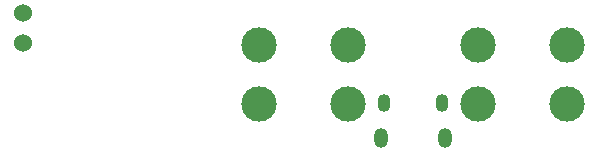
<source format=gbr>
G04 #@! TF.FileFunction,Soldermask,Bot*
%FSLAX46Y46*%
G04 Gerber Fmt 4.6, Leading zero omitted, Abs format (unit mm)*
G04 Created by KiCad (PCBNEW 4.0.6) date 04/12/18 14:55:29*
%MOMM*%
%LPD*%
G01*
G04 APERTURE LIST*
%ADD10C,0.100000*%
%ADD11O,1.100000X1.500000*%
%ADD12O,1.200000X1.700000*%
%ADD13C,1.524000*%
%ADD14C,3.000000*%
G04 APERTURE END LIST*
D10*
D11*
X147830000Y-110130000D03*
X152670000Y-110130000D03*
D12*
X147520000Y-113130000D03*
X152980000Y-113130000D03*
D13*
X117250000Y-105040000D03*
X117250000Y-102500000D03*
D14*
X155750000Y-110250000D03*
X155750000Y-105250000D03*
X163250000Y-105250000D03*
X163250000Y-110250000D03*
X137250000Y-110250000D03*
X137250000Y-105250000D03*
X144750000Y-105250000D03*
X144750000Y-110250000D03*
M02*

</source>
